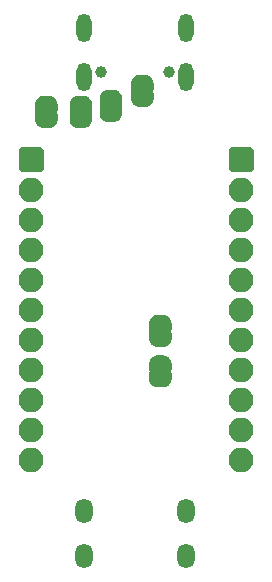
<source format=gbr>
G04 #@! TF.GenerationSoftware,KiCad,Pcbnew,5.1.10-1.fc33*
G04 #@! TF.CreationDate,2021-06-16T23:56:17+02:00*
G04 #@! TF.ProjectId,CH552-USB-Devboard-PCBA,43483535-322d-4555-9342-2d446576626f,rev?*
G04 #@! TF.SameCoordinates,Original*
G04 #@! TF.FileFunction,Soldermask,Bot*
G04 #@! TF.FilePolarity,Negative*
%FSLAX46Y46*%
G04 Gerber Fmt 4.6, Leading zero omitted, Abs format (unit mm)*
G04 Created by KiCad (PCBNEW 5.1.10-1.fc33) date 2021-06-16 23:56:17*
%MOMM*%
%LPD*%
G01*
G04 APERTURE LIST*
%ADD10O,1.500000X2.100000*%
%ADD11C,0.100000*%
%ADD12O,1.300000X2.400000*%
%ADD13C,1.000000*%
%ADD14O,2.100000X2.100000*%
G04 APERTURE END LIST*
D10*
X89283000Y-103378000D03*
X80643000Y-103378000D03*
X80643000Y-107178000D03*
X89283000Y-107178000D03*
D11*
G36*
X76523843Y-69706982D02*
G01*
X76535224Y-69669463D01*
X76553706Y-69634886D01*
X76578579Y-69604579D01*
X76608886Y-69579706D01*
X76643463Y-69561224D01*
X76680982Y-69549843D01*
X76720000Y-69546000D01*
X78220000Y-69546000D01*
X78259018Y-69549843D01*
X78296537Y-69561224D01*
X78331114Y-69579706D01*
X78361421Y-69604579D01*
X78386294Y-69634886D01*
X78404776Y-69669463D01*
X78416157Y-69706982D01*
X78420000Y-69746000D01*
X78420000Y-70246000D01*
X78419398Y-70252112D01*
X78419398Y-70270534D01*
X78418435Y-70290140D01*
X78413625Y-70338971D01*
X78410746Y-70358380D01*
X78401174Y-70406505D01*
X78396404Y-70425548D01*
X78382160Y-70472503D01*
X78375549Y-70490980D01*
X78356772Y-70536313D01*
X78348377Y-70554061D01*
X78325246Y-70597334D01*
X78315160Y-70614162D01*
X78287900Y-70654961D01*
X78276205Y-70670730D01*
X78245077Y-70708659D01*
X78231897Y-70723200D01*
X78197200Y-70757897D01*
X78182659Y-70771077D01*
X78144730Y-70802205D01*
X78128961Y-70813900D01*
X78088162Y-70841160D01*
X78071334Y-70851246D01*
X78028061Y-70874377D01*
X78010313Y-70882772D01*
X77964980Y-70901549D01*
X77946503Y-70908160D01*
X77899548Y-70922404D01*
X77880505Y-70927174D01*
X77832380Y-70936746D01*
X77812971Y-70939625D01*
X77764140Y-70944435D01*
X77744534Y-70945398D01*
X77726112Y-70945398D01*
X77720000Y-70946000D01*
X77220000Y-70946000D01*
X77213888Y-70945398D01*
X77195466Y-70945398D01*
X77175860Y-70944435D01*
X77127029Y-70939625D01*
X77107620Y-70936746D01*
X77059495Y-70927174D01*
X77040452Y-70922404D01*
X76993497Y-70908160D01*
X76975020Y-70901549D01*
X76929687Y-70882772D01*
X76911939Y-70874377D01*
X76868666Y-70851246D01*
X76851838Y-70841160D01*
X76811039Y-70813900D01*
X76795270Y-70802205D01*
X76757341Y-70771077D01*
X76742800Y-70757897D01*
X76708103Y-70723200D01*
X76694923Y-70708659D01*
X76663795Y-70670730D01*
X76652100Y-70654961D01*
X76624840Y-70614162D01*
X76614754Y-70597334D01*
X76591623Y-70554061D01*
X76583228Y-70536313D01*
X76564451Y-70490980D01*
X76557840Y-70472503D01*
X76543596Y-70425548D01*
X76538826Y-70406505D01*
X76529254Y-70358380D01*
X76526375Y-70338971D01*
X76521565Y-70290140D01*
X76520602Y-70270534D01*
X76520602Y-70252112D01*
X76520000Y-70246000D01*
X76520000Y-69746000D01*
X76523843Y-69706982D01*
G37*
G36*
X76520602Y-68939888D02*
G01*
X76520602Y-68921466D01*
X76521565Y-68901860D01*
X76526375Y-68853029D01*
X76529254Y-68833620D01*
X76538826Y-68785495D01*
X76543596Y-68766452D01*
X76557840Y-68719497D01*
X76564451Y-68701020D01*
X76583228Y-68655687D01*
X76591623Y-68637939D01*
X76614754Y-68594666D01*
X76624840Y-68577838D01*
X76652100Y-68537039D01*
X76663795Y-68521270D01*
X76694923Y-68483341D01*
X76708103Y-68468800D01*
X76742800Y-68434103D01*
X76757341Y-68420923D01*
X76795270Y-68389795D01*
X76811039Y-68378100D01*
X76851838Y-68350840D01*
X76868666Y-68340754D01*
X76911939Y-68317623D01*
X76929687Y-68309228D01*
X76975020Y-68290451D01*
X76993497Y-68283840D01*
X77040452Y-68269596D01*
X77059495Y-68264826D01*
X77107620Y-68255254D01*
X77127029Y-68252375D01*
X77175860Y-68247565D01*
X77195466Y-68246602D01*
X77213888Y-68246602D01*
X77220000Y-68246000D01*
X77720000Y-68246000D01*
X77726112Y-68246602D01*
X77744534Y-68246602D01*
X77764140Y-68247565D01*
X77812971Y-68252375D01*
X77832380Y-68255254D01*
X77880505Y-68264826D01*
X77899548Y-68269596D01*
X77946503Y-68283840D01*
X77964980Y-68290451D01*
X78010313Y-68309228D01*
X78028061Y-68317623D01*
X78071334Y-68340754D01*
X78088162Y-68350840D01*
X78128961Y-68378100D01*
X78144730Y-68389795D01*
X78182659Y-68420923D01*
X78197200Y-68434103D01*
X78231897Y-68468800D01*
X78245077Y-68483341D01*
X78276205Y-68521270D01*
X78287900Y-68537039D01*
X78315160Y-68577838D01*
X78325246Y-68594666D01*
X78348377Y-68637939D01*
X78356772Y-68655687D01*
X78375549Y-68701020D01*
X78382160Y-68719497D01*
X78396404Y-68766452D01*
X78401174Y-68785495D01*
X78410746Y-68833620D01*
X78413625Y-68853029D01*
X78418435Y-68901860D01*
X78419398Y-68921466D01*
X78419398Y-68939888D01*
X78420000Y-68946000D01*
X78420000Y-69446000D01*
X78416157Y-69485018D01*
X78404776Y-69522537D01*
X78386294Y-69557114D01*
X78361421Y-69587421D01*
X78331114Y-69612294D01*
X78296537Y-69630776D01*
X78259018Y-69642157D01*
X78220000Y-69646000D01*
X76720000Y-69646000D01*
X76680982Y-69642157D01*
X76643463Y-69630776D01*
X76608886Y-69612294D01*
X76578579Y-69587421D01*
X76553706Y-69557114D01*
X76535224Y-69522537D01*
X76523843Y-69485018D01*
X76520000Y-69446000D01*
X76520000Y-68946000D01*
X76520602Y-68939888D01*
G37*
G36*
X81340398Y-70252112D02*
G01*
X81340398Y-70270534D01*
X81339435Y-70290140D01*
X81334625Y-70338971D01*
X81331746Y-70358380D01*
X81322174Y-70406505D01*
X81317404Y-70425548D01*
X81303160Y-70472503D01*
X81296549Y-70490980D01*
X81277772Y-70536313D01*
X81269377Y-70554061D01*
X81246246Y-70597334D01*
X81236160Y-70614162D01*
X81208900Y-70654961D01*
X81197205Y-70670730D01*
X81166077Y-70708659D01*
X81152897Y-70723200D01*
X81118200Y-70757897D01*
X81103659Y-70771077D01*
X81065730Y-70802205D01*
X81049961Y-70813900D01*
X81009162Y-70841160D01*
X80992334Y-70851246D01*
X80949061Y-70874377D01*
X80931313Y-70882772D01*
X80885980Y-70901549D01*
X80867503Y-70908160D01*
X80820548Y-70922404D01*
X80801505Y-70927174D01*
X80753380Y-70936746D01*
X80733971Y-70939625D01*
X80685140Y-70944435D01*
X80665534Y-70945398D01*
X80647112Y-70945398D01*
X80641000Y-70946000D01*
X80141000Y-70946000D01*
X80134888Y-70945398D01*
X80116466Y-70945398D01*
X80096860Y-70944435D01*
X80048029Y-70939625D01*
X80028620Y-70936746D01*
X79980495Y-70927174D01*
X79961452Y-70922404D01*
X79914497Y-70908160D01*
X79896020Y-70901549D01*
X79850687Y-70882772D01*
X79832939Y-70874377D01*
X79789666Y-70851246D01*
X79772838Y-70841160D01*
X79732039Y-70813900D01*
X79716270Y-70802205D01*
X79678341Y-70771077D01*
X79663800Y-70757897D01*
X79629103Y-70723200D01*
X79615923Y-70708659D01*
X79584795Y-70670730D01*
X79573100Y-70654961D01*
X79545840Y-70614162D01*
X79535754Y-70597334D01*
X79512623Y-70554061D01*
X79504228Y-70536313D01*
X79485451Y-70490980D01*
X79478840Y-70472503D01*
X79464596Y-70425548D01*
X79459826Y-70406505D01*
X79450254Y-70358380D01*
X79447375Y-70338971D01*
X79442565Y-70290140D01*
X79441602Y-70270534D01*
X79441602Y-70252112D01*
X79441000Y-70246000D01*
X79441000Y-69746000D01*
X79444843Y-69706982D01*
X79456224Y-69669463D01*
X79474706Y-69634886D01*
X79499579Y-69604579D01*
X79529886Y-69579706D01*
X79564463Y-69561224D01*
X79601982Y-69549843D01*
X79641000Y-69546000D01*
X81141000Y-69546000D01*
X81180018Y-69549843D01*
X81217537Y-69561224D01*
X81252114Y-69579706D01*
X81282421Y-69604579D01*
X81307294Y-69634886D01*
X81325776Y-69669463D01*
X81337157Y-69706982D01*
X81341000Y-69746000D01*
X81341000Y-70246000D01*
X81340398Y-70252112D01*
G37*
G36*
X81337157Y-69485018D02*
G01*
X81325776Y-69522537D01*
X81307294Y-69557114D01*
X81282421Y-69587421D01*
X81252114Y-69612294D01*
X81217537Y-69630776D01*
X81180018Y-69642157D01*
X81141000Y-69646000D01*
X79641000Y-69646000D01*
X79601982Y-69642157D01*
X79564463Y-69630776D01*
X79529886Y-69612294D01*
X79499579Y-69587421D01*
X79474706Y-69557114D01*
X79456224Y-69522537D01*
X79444843Y-69485018D01*
X79441000Y-69446000D01*
X79441000Y-68946000D01*
X79441602Y-68939888D01*
X79441602Y-68921466D01*
X79442565Y-68901860D01*
X79447375Y-68853029D01*
X79450254Y-68833620D01*
X79459826Y-68785495D01*
X79464596Y-68766452D01*
X79478840Y-68719497D01*
X79485451Y-68701020D01*
X79504228Y-68655687D01*
X79512623Y-68637939D01*
X79535754Y-68594666D01*
X79545840Y-68577838D01*
X79573100Y-68537039D01*
X79584795Y-68521270D01*
X79615923Y-68483341D01*
X79629103Y-68468800D01*
X79663800Y-68434103D01*
X79678341Y-68420923D01*
X79716270Y-68389795D01*
X79732039Y-68378100D01*
X79772838Y-68350840D01*
X79789666Y-68340754D01*
X79832939Y-68317623D01*
X79850687Y-68309228D01*
X79896020Y-68290451D01*
X79914497Y-68283840D01*
X79961452Y-68269596D01*
X79980495Y-68264826D01*
X80028620Y-68255254D01*
X80048029Y-68252375D01*
X80096860Y-68247565D01*
X80116466Y-68246602D01*
X80134888Y-68246602D01*
X80141000Y-68246000D01*
X80641000Y-68246000D01*
X80647112Y-68246602D01*
X80665534Y-68246602D01*
X80685140Y-68247565D01*
X80733971Y-68252375D01*
X80753380Y-68255254D01*
X80801505Y-68264826D01*
X80820548Y-68269596D01*
X80867503Y-68283840D01*
X80885980Y-68290451D01*
X80931313Y-68309228D01*
X80949061Y-68317623D01*
X80992334Y-68340754D01*
X81009162Y-68350840D01*
X81049961Y-68378100D01*
X81065730Y-68389795D01*
X81103659Y-68420923D01*
X81118200Y-68434103D01*
X81152897Y-68468800D01*
X81166077Y-68483341D01*
X81197205Y-68521270D01*
X81208900Y-68537039D01*
X81236160Y-68577838D01*
X81246246Y-68594666D01*
X81269377Y-68637939D01*
X81277772Y-68655687D01*
X81296549Y-68701020D01*
X81303160Y-68719497D01*
X81317404Y-68766452D01*
X81322174Y-68785495D01*
X81331746Y-68833620D01*
X81334625Y-68853029D01*
X81339435Y-68901860D01*
X81340398Y-68921466D01*
X81340398Y-68939888D01*
X81341000Y-68946000D01*
X81341000Y-69446000D01*
X81337157Y-69485018D01*
G37*
G36*
X83877157Y-68977018D02*
G01*
X83865776Y-69014537D01*
X83847294Y-69049114D01*
X83822421Y-69079421D01*
X83792114Y-69104294D01*
X83757537Y-69122776D01*
X83720018Y-69134157D01*
X83681000Y-69138000D01*
X82181000Y-69138000D01*
X82141982Y-69134157D01*
X82104463Y-69122776D01*
X82069886Y-69104294D01*
X82039579Y-69079421D01*
X82014706Y-69049114D01*
X81996224Y-69014537D01*
X81984843Y-68977018D01*
X81981000Y-68938000D01*
X81981000Y-68438000D01*
X81981602Y-68431888D01*
X81981602Y-68413466D01*
X81982565Y-68393860D01*
X81987375Y-68345029D01*
X81990254Y-68325620D01*
X81999826Y-68277495D01*
X82004596Y-68258452D01*
X82018840Y-68211497D01*
X82025451Y-68193020D01*
X82044228Y-68147687D01*
X82052623Y-68129939D01*
X82075754Y-68086666D01*
X82085840Y-68069838D01*
X82113100Y-68029039D01*
X82124795Y-68013270D01*
X82155923Y-67975341D01*
X82169103Y-67960800D01*
X82203800Y-67926103D01*
X82218341Y-67912923D01*
X82256270Y-67881795D01*
X82272039Y-67870100D01*
X82312838Y-67842840D01*
X82329666Y-67832754D01*
X82372939Y-67809623D01*
X82390687Y-67801228D01*
X82436020Y-67782451D01*
X82454497Y-67775840D01*
X82501452Y-67761596D01*
X82520495Y-67756826D01*
X82568620Y-67747254D01*
X82588029Y-67744375D01*
X82636860Y-67739565D01*
X82656466Y-67738602D01*
X82674888Y-67738602D01*
X82681000Y-67738000D01*
X83181000Y-67738000D01*
X83187112Y-67738602D01*
X83205534Y-67738602D01*
X83225140Y-67739565D01*
X83273971Y-67744375D01*
X83293380Y-67747254D01*
X83341505Y-67756826D01*
X83360548Y-67761596D01*
X83407503Y-67775840D01*
X83425980Y-67782451D01*
X83471313Y-67801228D01*
X83489061Y-67809623D01*
X83532334Y-67832754D01*
X83549162Y-67842840D01*
X83589961Y-67870100D01*
X83605730Y-67881795D01*
X83643659Y-67912923D01*
X83658200Y-67926103D01*
X83692897Y-67960800D01*
X83706077Y-67975341D01*
X83737205Y-68013270D01*
X83748900Y-68029039D01*
X83776160Y-68069838D01*
X83786246Y-68086666D01*
X83809377Y-68129939D01*
X83817772Y-68147687D01*
X83836549Y-68193020D01*
X83843160Y-68211497D01*
X83857404Y-68258452D01*
X83862174Y-68277495D01*
X83871746Y-68325620D01*
X83874625Y-68345029D01*
X83879435Y-68393860D01*
X83880398Y-68413466D01*
X83880398Y-68431888D01*
X83881000Y-68438000D01*
X83881000Y-68938000D01*
X83877157Y-68977018D01*
G37*
G36*
X83880398Y-69744112D02*
G01*
X83880398Y-69762534D01*
X83879435Y-69782140D01*
X83874625Y-69830971D01*
X83871746Y-69850380D01*
X83862174Y-69898505D01*
X83857404Y-69917548D01*
X83843160Y-69964503D01*
X83836549Y-69982980D01*
X83817772Y-70028313D01*
X83809377Y-70046061D01*
X83786246Y-70089334D01*
X83776160Y-70106162D01*
X83748900Y-70146961D01*
X83737205Y-70162730D01*
X83706077Y-70200659D01*
X83692897Y-70215200D01*
X83658200Y-70249897D01*
X83643659Y-70263077D01*
X83605730Y-70294205D01*
X83589961Y-70305900D01*
X83549162Y-70333160D01*
X83532334Y-70343246D01*
X83489061Y-70366377D01*
X83471313Y-70374772D01*
X83425980Y-70393549D01*
X83407503Y-70400160D01*
X83360548Y-70414404D01*
X83341505Y-70419174D01*
X83293380Y-70428746D01*
X83273971Y-70431625D01*
X83225140Y-70436435D01*
X83205534Y-70437398D01*
X83187112Y-70437398D01*
X83181000Y-70438000D01*
X82681000Y-70438000D01*
X82674888Y-70437398D01*
X82656466Y-70437398D01*
X82636860Y-70436435D01*
X82588029Y-70431625D01*
X82568620Y-70428746D01*
X82520495Y-70419174D01*
X82501452Y-70414404D01*
X82454497Y-70400160D01*
X82436020Y-70393549D01*
X82390687Y-70374772D01*
X82372939Y-70366377D01*
X82329666Y-70343246D01*
X82312838Y-70333160D01*
X82272039Y-70305900D01*
X82256270Y-70294205D01*
X82218341Y-70263077D01*
X82203800Y-70249897D01*
X82169103Y-70215200D01*
X82155923Y-70200659D01*
X82124795Y-70162730D01*
X82113100Y-70146961D01*
X82085840Y-70106162D01*
X82075754Y-70089334D01*
X82052623Y-70046061D01*
X82044228Y-70028313D01*
X82025451Y-69982980D01*
X82018840Y-69964503D01*
X82004596Y-69917548D01*
X81999826Y-69898505D01*
X81990254Y-69850380D01*
X81987375Y-69830971D01*
X81982565Y-69782140D01*
X81981602Y-69762534D01*
X81981602Y-69744112D01*
X81981000Y-69738000D01*
X81981000Y-69238000D01*
X81984843Y-69198982D01*
X81996224Y-69161463D01*
X82014706Y-69126886D01*
X82039579Y-69096579D01*
X82069886Y-69071706D01*
X82104463Y-69053224D01*
X82141982Y-69041843D01*
X82181000Y-69038000D01*
X83681000Y-69038000D01*
X83720018Y-69041843D01*
X83757537Y-69053224D01*
X83792114Y-69071706D01*
X83822421Y-69096579D01*
X83847294Y-69126886D01*
X83865776Y-69161463D01*
X83877157Y-69198982D01*
X83881000Y-69238000D01*
X83881000Y-69738000D01*
X83880398Y-69744112D01*
G37*
G36*
X86544157Y-67707018D02*
G01*
X86532776Y-67744537D01*
X86514294Y-67779114D01*
X86489421Y-67809421D01*
X86459114Y-67834294D01*
X86424537Y-67852776D01*
X86387018Y-67864157D01*
X86348000Y-67868000D01*
X84848000Y-67868000D01*
X84808982Y-67864157D01*
X84771463Y-67852776D01*
X84736886Y-67834294D01*
X84706579Y-67809421D01*
X84681706Y-67779114D01*
X84663224Y-67744537D01*
X84651843Y-67707018D01*
X84648000Y-67668000D01*
X84648000Y-67168000D01*
X84648602Y-67161888D01*
X84648602Y-67143466D01*
X84649565Y-67123860D01*
X84654375Y-67075029D01*
X84657254Y-67055620D01*
X84666826Y-67007495D01*
X84671596Y-66988452D01*
X84685840Y-66941497D01*
X84692451Y-66923020D01*
X84711228Y-66877687D01*
X84719623Y-66859939D01*
X84742754Y-66816666D01*
X84752840Y-66799838D01*
X84780100Y-66759039D01*
X84791795Y-66743270D01*
X84822923Y-66705341D01*
X84836103Y-66690800D01*
X84870800Y-66656103D01*
X84885341Y-66642923D01*
X84923270Y-66611795D01*
X84939039Y-66600100D01*
X84979838Y-66572840D01*
X84996666Y-66562754D01*
X85039939Y-66539623D01*
X85057687Y-66531228D01*
X85103020Y-66512451D01*
X85121497Y-66505840D01*
X85168452Y-66491596D01*
X85187495Y-66486826D01*
X85235620Y-66477254D01*
X85255029Y-66474375D01*
X85303860Y-66469565D01*
X85323466Y-66468602D01*
X85341888Y-66468602D01*
X85348000Y-66468000D01*
X85848000Y-66468000D01*
X85854112Y-66468602D01*
X85872534Y-66468602D01*
X85892140Y-66469565D01*
X85940971Y-66474375D01*
X85960380Y-66477254D01*
X86008505Y-66486826D01*
X86027548Y-66491596D01*
X86074503Y-66505840D01*
X86092980Y-66512451D01*
X86138313Y-66531228D01*
X86156061Y-66539623D01*
X86199334Y-66562754D01*
X86216162Y-66572840D01*
X86256961Y-66600100D01*
X86272730Y-66611795D01*
X86310659Y-66642923D01*
X86325200Y-66656103D01*
X86359897Y-66690800D01*
X86373077Y-66705341D01*
X86404205Y-66743270D01*
X86415900Y-66759039D01*
X86443160Y-66799838D01*
X86453246Y-66816666D01*
X86476377Y-66859939D01*
X86484772Y-66877687D01*
X86503549Y-66923020D01*
X86510160Y-66941497D01*
X86524404Y-66988452D01*
X86529174Y-67007495D01*
X86538746Y-67055620D01*
X86541625Y-67075029D01*
X86546435Y-67123860D01*
X86547398Y-67143466D01*
X86547398Y-67161888D01*
X86548000Y-67168000D01*
X86548000Y-67668000D01*
X86544157Y-67707018D01*
G37*
G36*
X86547398Y-68474112D02*
G01*
X86547398Y-68492534D01*
X86546435Y-68512140D01*
X86541625Y-68560971D01*
X86538746Y-68580380D01*
X86529174Y-68628505D01*
X86524404Y-68647548D01*
X86510160Y-68694503D01*
X86503549Y-68712980D01*
X86484772Y-68758313D01*
X86476377Y-68776061D01*
X86453246Y-68819334D01*
X86443160Y-68836162D01*
X86415900Y-68876961D01*
X86404205Y-68892730D01*
X86373077Y-68930659D01*
X86359897Y-68945200D01*
X86325200Y-68979897D01*
X86310659Y-68993077D01*
X86272730Y-69024205D01*
X86256961Y-69035900D01*
X86216162Y-69063160D01*
X86199334Y-69073246D01*
X86156061Y-69096377D01*
X86138313Y-69104772D01*
X86092980Y-69123549D01*
X86074503Y-69130160D01*
X86027548Y-69144404D01*
X86008505Y-69149174D01*
X85960380Y-69158746D01*
X85940971Y-69161625D01*
X85892140Y-69166435D01*
X85872534Y-69167398D01*
X85854112Y-69167398D01*
X85848000Y-69168000D01*
X85348000Y-69168000D01*
X85341888Y-69167398D01*
X85323466Y-69167398D01*
X85303860Y-69166435D01*
X85255029Y-69161625D01*
X85235620Y-69158746D01*
X85187495Y-69149174D01*
X85168452Y-69144404D01*
X85121497Y-69130160D01*
X85103020Y-69123549D01*
X85057687Y-69104772D01*
X85039939Y-69096377D01*
X84996666Y-69073246D01*
X84979838Y-69063160D01*
X84939039Y-69035900D01*
X84923270Y-69024205D01*
X84885341Y-68993077D01*
X84870800Y-68979897D01*
X84836103Y-68945200D01*
X84822923Y-68930659D01*
X84791795Y-68892730D01*
X84780100Y-68876961D01*
X84752840Y-68836162D01*
X84742754Y-68819334D01*
X84719623Y-68776061D01*
X84711228Y-68758313D01*
X84692451Y-68712980D01*
X84685840Y-68694503D01*
X84671596Y-68647548D01*
X84666826Y-68628505D01*
X84657254Y-68580380D01*
X84654375Y-68560971D01*
X84649565Y-68512140D01*
X84648602Y-68492534D01*
X84648602Y-68474112D01*
X84648000Y-68468000D01*
X84648000Y-67968000D01*
X84651843Y-67928982D01*
X84663224Y-67891463D01*
X84681706Y-67856886D01*
X84706579Y-67826579D01*
X84736886Y-67801706D01*
X84771463Y-67783224D01*
X84808982Y-67771843D01*
X84848000Y-67768000D01*
X86348000Y-67768000D01*
X86387018Y-67771843D01*
X86424537Y-67783224D01*
X86459114Y-67801706D01*
X86489421Y-67826579D01*
X86514294Y-67856886D01*
X86532776Y-67891463D01*
X86544157Y-67928982D01*
X86548000Y-67968000D01*
X86548000Y-68468000D01*
X86547398Y-68474112D01*
G37*
D12*
X80675000Y-66680000D03*
X89325000Y-66680000D03*
X89325000Y-62500000D03*
X80675000Y-62500000D03*
D13*
X82110000Y-66180000D03*
X87890000Y-66180000D03*
D11*
G36*
X88071398Y-92223112D02*
G01*
X88071398Y-92241534D01*
X88070435Y-92261140D01*
X88065625Y-92309971D01*
X88062746Y-92329380D01*
X88053174Y-92377505D01*
X88048404Y-92396548D01*
X88034160Y-92443503D01*
X88027549Y-92461980D01*
X88008772Y-92507313D01*
X88000377Y-92525061D01*
X87977246Y-92568334D01*
X87967160Y-92585162D01*
X87939900Y-92625961D01*
X87928205Y-92641730D01*
X87897077Y-92679659D01*
X87883897Y-92694200D01*
X87849200Y-92728897D01*
X87834659Y-92742077D01*
X87796730Y-92773205D01*
X87780961Y-92784900D01*
X87740162Y-92812160D01*
X87723334Y-92822246D01*
X87680061Y-92845377D01*
X87662313Y-92853772D01*
X87616980Y-92872549D01*
X87598503Y-92879160D01*
X87551548Y-92893404D01*
X87532505Y-92898174D01*
X87484380Y-92907746D01*
X87464971Y-92910625D01*
X87416140Y-92915435D01*
X87396534Y-92916398D01*
X87378112Y-92916398D01*
X87372000Y-92917000D01*
X86872000Y-92917000D01*
X86865888Y-92916398D01*
X86847466Y-92916398D01*
X86827860Y-92915435D01*
X86779029Y-92910625D01*
X86759620Y-92907746D01*
X86711495Y-92898174D01*
X86692452Y-92893404D01*
X86645497Y-92879160D01*
X86627020Y-92872549D01*
X86581687Y-92853772D01*
X86563939Y-92845377D01*
X86520666Y-92822246D01*
X86503838Y-92812160D01*
X86463039Y-92784900D01*
X86447270Y-92773205D01*
X86409341Y-92742077D01*
X86394800Y-92728897D01*
X86360103Y-92694200D01*
X86346923Y-92679659D01*
X86315795Y-92641730D01*
X86304100Y-92625961D01*
X86276840Y-92585162D01*
X86266754Y-92568334D01*
X86243623Y-92525061D01*
X86235228Y-92507313D01*
X86216451Y-92461980D01*
X86209840Y-92443503D01*
X86195596Y-92396548D01*
X86190826Y-92377505D01*
X86181254Y-92329380D01*
X86178375Y-92309971D01*
X86173565Y-92261140D01*
X86172602Y-92241534D01*
X86172602Y-92223112D01*
X86172000Y-92217000D01*
X86172000Y-91717000D01*
X86175843Y-91677982D01*
X86187224Y-91640463D01*
X86205706Y-91605886D01*
X86230579Y-91575579D01*
X86260886Y-91550706D01*
X86295463Y-91532224D01*
X86332982Y-91520843D01*
X86372000Y-91517000D01*
X87872000Y-91517000D01*
X87911018Y-91520843D01*
X87948537Y-91532224D01*
X87983114Y-91550706D01*
X88013421Y-91575579D01*
X88038294Y-91605886D01*
X88056776Y-91640463D01*
X88068157Y-91677982D01*
X88072000Y-91717000D01*
X88072000Y-92217000D01*
X88071398Y-92223112D01*
G37*
G36*
X88068157Y-91456018D02*
G01*
X88056776Y-91493537D01*
X88038294Y-91528114D01*
X88013421Y-91558421D01*
X87983114Y-91583294D01*
X87948537Y-91601776D01*
X87911018Y-91613157D01*
X87872000Y-91617000D01*
X86372000Y-91617000D01*
X86332982Y-91613157D01*
X86295463Y-91601776D01*
X86260886Y-91583294D01*
X86230579Y-91558421D01*
X86205706Y-91528114D01*
X86187224Y-91493537D01*
X86175843Y-91456018D01*
X86172000Y-91417000D01*
X86172000Y-90917000D01*
X86172602Y-90910888D01*
X86172602Y-90892466D01*
X86173565Y-90872860D01*
X86178375Y-90824029D01*
X86181254Y-90804620D01*
X86190826Y-90756495D01*
X86195596Y-90737452D01*
X86209840Y-90690497D01*
X86216451Y-90672020D01*
X86235228Y-90626687D01*
X86243623Y-90608939D01*
X86266754Y-90565666D01*
X86276840Y-90548838D01*
X86304100Y-90508039D01*
X86315795Y-90492270D01*
X86346923Y-90454341D01*
X86360103Y-90439800D01*
X86394800Y-90405103D01*
X86409341Y-90391923D01*
X86447270Y-90360795D01*
X86463039Y-90349100D01*
X86503838Y-90321840D01*
X86520666Y-90311754D01*
X86563939Y-90288623D01*
X86581687Y-90280228D01*
X86627020Y-90261451D01*
X86645497Y-90254840D01*
X86692452Y-90240596D01*
X86711495Y-90235826D01*
X86759620Y-90226254D01*
X86779029Y-90223375D01*
X86827860Y-90218565D01*
X86847466Y-90217602D01*
X86865888Y-90217602D01*
X86872000Y-90217000D01*
X87372000Y-90217000D01*
X87378112Y-90217602D01*
X87396534Y-90217602D01*
X87416140Y-90218565D01*
X87464971Y-90223375D01*
X87484380Y-90226254D01*
X87532505Y-90235826D01*
X87551548Y-90240596D01*
X87598503Y-90254840D01*
X87616980Y-90261451D01*
X87662313Y-90280228D01*
X87680061Y-90288623D01*
X87723334Y-90311754D01*
X87740162Y-90321840D01*
X87780961Y-90349100D01*
X87796730Y-90360795D01*
X87834659Y-90391923D01*
X87849200Y-90405103D01*
X87883897Y-90439800D01*
X87897077Y-90454341D01*
X87928205Y-90492270D01*
X87939900Y-90508039D01*
X87967160Y-90548838D01*
X87977246Y-90565666D01*
X88000377Y-90608939D01*
X88008772Y-90626687D01*
X88027549Y-90672020D01*
X88034160Y-90690497D01*
X88048404Y-90737452D01*
X88053174Y-90756495D01*
X88062746Y-90804620D01*
X88065625Y-90824029D01*
X88070435Y-90872860D01*
X88071398Y-90892466D01*
X88071398Y-90910888D01*
X88072000Y-90917000D01*
X88072000Y-91417000D01*
X88068157Y-91456018D01*
G37*
G36*
X86175843Y-88248982D02*
G01*
X86187224Y-88211463D01*
X86205706Y-88176886D01*
X86230579Y-88146579D01*
X86260886Y-88121706D01*
X86295463Y-88103224D01*
X86332982Y-88091843D01*
X86372000Y-88088000D01*
X87872000Y-88088000D01*
X87911018Y-88091843D01*
X87948537Y-88103224D01*
X87983114Y-88121706D01*
X88013421Y-88146579D01*
X88038294Y-88176886D01*
X88056776Y-88211463D01*
X88068157Y-88248982D01*
X88072000Y-88288000D01*
X88072000Y-88788000D01*
X88071398Y-88794112D01*
X88071398Y-88812534D01*
X88070435Y-88832140D01*
X88065625Y-88880971D01*
X88062746Y-88900380D01*
X88053174Y-88948505D01*
X88048404Y-88967548D01*
X88034160Y-89014503D01*
X88027549Y-89032980D01*
X88008772Y-89078313D01*
X88000377Y-89096061D01*
X87977246Y-89139334D01*
X87967160Y-89156162D01*
X87939900Y-89196961D01*
X87928205Y-89212730D01*
X87897077Y-89250659D01*
X87883897Y-89265200D01*
X87849200Y-89299897D01*
X87834659Y-89313077D01*
X87796730Y-89344205D01*
X87780961Y-89355900D01*
X87740162Y-89383160D01*
X87723334Y-89393246D01*
X87680061Y-89416377D01*
X87662313Y-89424772D01*
X87616980Y-89443549D01*
X87598503Y-89450160D01*
X87551548Y-89464404D01*
X87532505Y-89469174D01*
X87484380Y-89478746D01*
X87464971Y-89481625D01*
X87416140Y-89486435D01*
X87396534Y-89487398D01*
X87378112Y-89487398D01*
X87372000Y-89488000D01*
X86872000Y-89488000D01*
X86865888Y-89487398D01*
X86847466Y-89487398D01*
X86827860Y-89486435D01*
X86779029Y-89481625D01*
X86759620Y-89478746D01*
X86711495Y-89469174D01*
X86692452Y-89464404D01*
X86645497Y-89450160D01*
X86627020Y-89443549D01*
X86581687Y-89424772D01*
X86563939Y-89416377D01*
X86520666Y-89393246D01*
X86503838Y-89383160D01*
X86463039Y-89355900D01*
X86447270Y-89344205D01*
X86409341Y-89313077D01*
X86394800Y-89299897D01*
X86360103Y-89265200D01*
X86346923Y-89250659D01*
X86315795Y-89212730D01*
X86304100Y-89196961D01*
X86276840Y-89156162D01*
X86266754Y-89139334D01*
X86243623Y-89096061D01*
X86235228Y-89078313D01*
X86216451Y-89032980D01*
X86209840Y-89014503D01*
X86195596Y-88967548D01*
X86190826Y-88948505D01*
X86181254Y-88900380D01*
X86178375Y-88880971D01*
X86173565Y-88832140D01*
X86172602Y-88812534D01*
X86172602Y-88794112D01*
X86172000Y-88788000D01*
X86172000Y-88288000D01*
X86175843Y-88248982D01*
G37*
G36*
X86172602Y-87481888D02*
G01*
X86172602Y-87463466D01*
X86173565Y-87443860D01*
X86178375Y-87395029D01*
X86181254Y-87375620D01*
X86190826Y-87327495D01*
X86195596Y-87308452D01*
X86209840Y-87261497D01*
X86216451Y-87243020D01*
X86235228Y-87197687D01*
X86243623Y-87179939D01*
X86266754Y-87136666D01*
X86276840Y-87119838D01*
X86304100Y-87079039D01*
X86315795Y-87063270D01*
X86346923Y-87025341D01*
X86360103Y-87010800D01*
X86394800Y-86976103D01*
X86409341Y-86962923D01*
X86447270Y-86931795D01*
X86463039Y-86920100D01*
X86503838Y-86892840D01*
X86520666Y-86882754D01*
X86563939Y-86859623D01*
X86581687Y-86851228D01*
X86627020Y-86832451D01*
X86645497Y-86825840D01*
X86692452Y-86811596D01*
X86711495Y-86806826D01*
X86759620Y-86797254D01*
X86779029Y-86794375D01*
X86827860Y-86789565D01*
X86847466Y-86788602D01*
X86865888Y-86788602D01*
X86872000Y-86788000D01*
X87372000Y-86788000D01*
X87378112Y-86788602D01*
X87396534Y-86788602D01*
X87416140Y-86789565D01*
X87464971Y-86794375D01*
X87484380Y-86797254D01*
X87532505Y-86806826D01*
X87551548Y-86811596D01*
X87598503Y-86825840D01*
X87616980Y-86832451D01*
X87662313Y-86851228D01*
X87680061Y-86859623D01*
X87723334Y-86882754D01*
X87740162Y-86892840D01*
X87780961Y-86920100D01*
X87796730Y-86931795D01*
X87834659Y-86962923D01*
X87849200Y-86976103D01*
X87883897Y-87010800D01*
X87897077Y-87025341D01*
X87928205Y-87063270D01*
X87939900Y-87079039D01*
X87967160Y-87119838D01*
X87977246Y-87136666D01*
X88000377Y-87179939D01*
X88008772Y-87197687D01*
X88027549Y-87243020D01*
X88034160Y-87261497D01*
X88048404Y-87308452D01*
X88053174Y-87327495D01*
X88062746Y-87375620D01*
X88065625Y-87395029D01*
X88070435Y-87443860D01*
X88071398Y-87463466D01*
X88071398Y-87481888D01*
X88072000Y-87488000D01*
X88072000Y-87988000D01*
X88068157Y-88027018D01*
X88056776Y-88064537D01*
X88038294Y-88099114D01*
X88013421Y-88129421D01*
X87983114Y-88154294D01*
X87948537Y-88172776D01*
X87911018Y-88184157D01*
X87872000Y-88188000D01*
X86372000Y-88188000D01*
X86332982Y-88184157D01*
X86295463Y-88172776D01*
X86260886Y-88154294D01*
X86230579Y-88129421D01*
X86205706Y-88099114D01*
X86187224Y-88064537D01*
X86175843Y-88027018D01*
X86172000Y-87988000D01*
X86172000Y-87488000D01*
X86172602Y-87481888D01*
G37*
D14*
X76200000Y-99060000D03*
X76200000Y-96520000D03*
X76200000Y-93980000D03*
X76200000Y-91440000D03*
X76200000Y-88900000D03*
X76200000Y-86360000D03*
X76200000Y-83820000D03*
X76200000Y-81280000D03*
X76200000Y-78740000D03*
X76200000Y-76200000D03*
G36*
G01*
X75150000Y-74510000D02*
X75150000Y-72810000D01*
G75*
G02*
X75350000Y-72610000I200000J0D01*
G01*
X77050000Y-72610000D01*
G75*
G02*
X77250000Y-72810000I0J-200000D01*
G01*
X77250000Y-74510000D01*
G75*
G02*
X77050000Y-74710000I-200000J0D01*
G01*
X75350000Y-74710000D01*
G75*
G02*
X75150000Y-74510000I0J200000D01*
G01*
G37*
G36*
G01*
X92930000Y-74510000D02*
X92930000Y-72810000D01*
G75*
G02*
X93130000Y-72610000I200000J0D01*
G01*
X94830000Y-72610000D01*
G75*
G02*
X95030000Y-72810000I0J-200000D01*
G01*
X95030000Y-74510000D01*
G75*
G02*
X94830000Y-74710000I-200000J0D01*
G01*
X93130000Y-74710000D01*
G75*
G02*
X92930000Y-74510000I0J200000D01*
G01*
G37*
X93980000Y-76200000D03*
X93980000Y-78740000D03*
X93980000Y-81280000D03*
X93980000Y-83820000D03*
X93980000Y-86360000D03*
X93980000Y-88900000D03*
X93980000Y-91440000D03*
X93980000Y-93980000D03*
X93980000Y-96520000D03*
X93980000Y-99060000D03*
M02*

</source>
